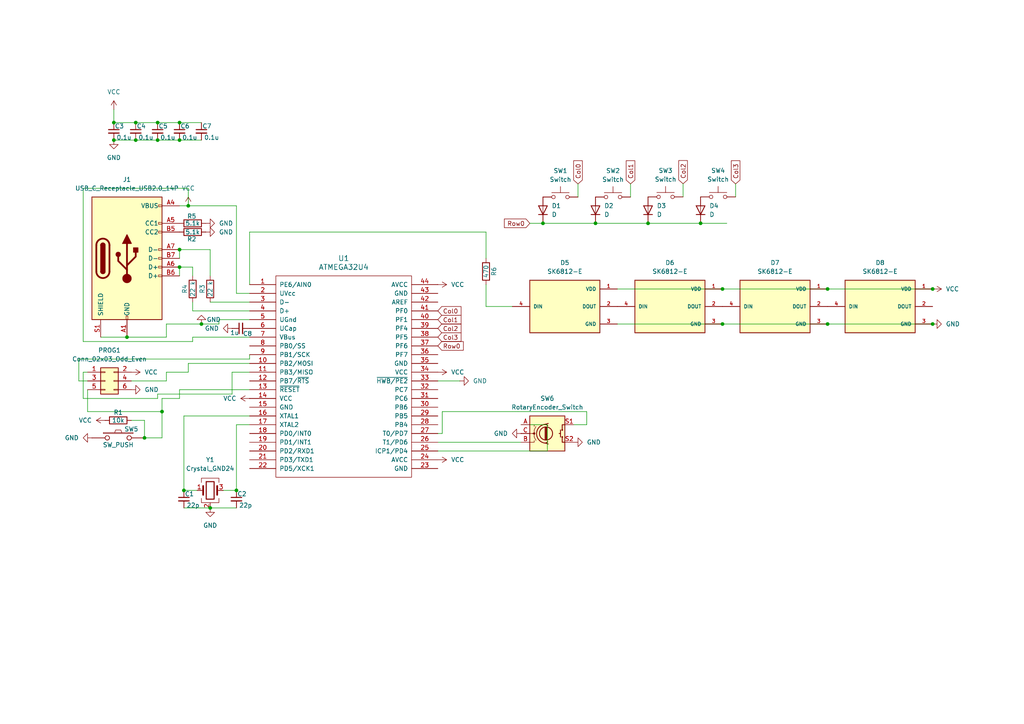
<source format=kicad_sch>
(kicad_sch (version 20250114) (generator "eeschema") (generator_version "9.0")
  (paper "A4")
  (lib_symbols
    (symbol "Connector:USB_C_Receptacle_USB2.0_14P" (pin_names (offset 1.016))
      (property "Reference" "J" (at 0 22.225 0))
      (property "Value" "USB_C_Receptacle_USB2.0_14P" (at 0 19.685 0))
      (symbol "USB_C_Receptacle_USB2.0_14P_0_0"
        (rectangle (start -0.254 -17.78) (end 0.254 -16.764))
        (rectangle (start 10.16 15.494) (end 9.144 14.986))
        (rectangle (start 10.16 10.414) (end 9.144 9.906))
        (rectangle (start 10.16 7.874) (end 9.144 7.366))
        (rectangle (start 10.16 2.794) (end 9.144 2.286))
        (rectangle (start 10.16 0.254) (end 9.144 -0.254))
        (rectangle (start 10.16 -2.286) (end 9.144 -2.794))
        (rectangle (start 10.16 -4.826) (end 9.144 -5.334))
      )
      (symbol "USB_C_Receptacle_USB2.0_14P_0_1"
        (rectangle (start -10.16 17.78) (end 10.16 -17.78) (stroke (width 0.254)) (fill (type background)))
        (polyline (pts (xy -8.89 -3.81) (xy -8.89 3.81)) (stroke (width 0.508)))
        (rectangle (start -7.62 -3.81) (end -6.35 3.81) (stroke (width 0.254)) (fill (type outline)))
        (arc (start -7.62 3.81) (mid -6.985 4.4423) (end -6.35 3.81) (stroke (width 0.254)))
        (arc (start -7.62 3.81) (mid -6.985 4.4423) (end -6.35 3.81) (stroke (width 0.254)) (fill (type outline)))
        (arc (start -8.89 3.81) (mid -6.985 5.7067) (end -5.08 3.81) (stroke (width 0.508)))
        (arc (start -5.08 -3.81) (mid -6.985 -5.7067) (end -8.89 -3.81) (stroke (width 0.508)))
        (arc (start -6.35 -3.81) (mid -6.985 -4.4423) (end -7.62 -3.81) (stroke (width 0.254)))
        (arc (start -6.35 -3.81) (mid -6.985 -4.4423) (end -7.62 -3.81) (stroke (width 0.254)) (fill (type outline)))
        (polyline (pts (xy -5.08 3.81) (xy -5.08 -3.81)) (stroke (width 0.508)))
        (circle (center -2.54 1.143) (radius 0.635) (stroke (width 0.254)) (fill (type outline)))
        (polyline (pts (xy -1.27 4.318) (xy 0 6.858) (xy 1.27 4.318) (xy -1.27 4.318)) (stroke (width 0.254)) (fill (type outline)))
        (polyline (pts (xy 0 -2.032) (xy 2.54 0.508) (xy 2.54 1.778)) (stroke (width 0.508)))
        (polyline (pts (xy 0 -3.302) (xy -2.54 -0.762) (xy -2.54 0.508)) (stroke (width 0.508)))
        (polyline (pts (xy 0 -5.842) (xy 0 4.318)) (stroke (width 0.508)))
        (circle (center 0 -5.842) (radius 1.27) (fill (type outline)))
        (rectangle (start 1.905 1.778) (end 3.175 3.048) (stroke (width 0.254)) (fill (type outline)))
      )
      (symbol "USB_C_Receptacle_USB2.0_14P_1_1"
        (pin passive line (at -7.62 -22.86 90) (length 5.08) (name "SHIELD") (number "S1"))
        (pin passive line (at 0 -22.86 90) (length 5.08) (name "GND") (number "A1"))
        (pin passive line (at 0 -22.86 90) (length 5.08) (hide yes) (name "GND") (number "A12"))
        (pin passive line (at 0 -22.86 90) (length 5.08) (hide yes) (name "GND") (number "B1"))
        (pin passive line (at 0 -22.86 90) (length 5.08) (hide yes) (name "GND") (number "B12"))
        (pin passive line (at 15.24 15.24 180) (length 5.08) (name "VBUS") (number "A4"))
        (pin passive line (at 15.24 15.24 180) (length 5.08) (hide yes) (name "VBUS") (number "A9"))
        (pin passive line (at 15.24 15.24 180) (length 5.08) (hide yes) (name "VBUS") (number "B4"))
        (pin passive line (at 15.24 15.24 180) (length 5.08) (hide yes) (name "VBUS") (number "B9"))
        (pin bidirectional line (at 15.24 10.16 180) (length 5.08) (name "CC1") (number "A5"))
        (pin bidirectional line (at 15.24 7.62 180) (length 5.08) (name "CC2") (number "B5"))
        (pin bidirectional line (at 15.24 2.54 180) (length 5.08) (name "D-") (number "A7"))
        (pin bidirectional line (at 15.24 0 180) (length 5.08) (name "D-") (number "B7"))
        (pin bidirectional line (at 15.24 -2.54 180) (length 5.08) (name "D+") (number "A6"))
        (pin bidirectional line (at 15.24 -5.08 180) (length 5.08) (name "D+") (number "B6"))
      )
    )
    (symbol "Connector_Generic:Conn_02x03_Odd_Even" (pin_names (offset 1.016) (hide yes))
      (property "Reference" "J" (at 1.27 5.08 0))
      (property "Value" "Conn_02x03_Odd_Even" (at 1.27 -5.08 0))
      (symbol "Conn_02x03_Odd_Even_1_1"
        (rectangle (start -1.27 3.81) (end 3.81 -3.81) (stroke (width 0.254)) (fill (type background)))
        (rectangle (start -1.27 2.667) (end 0 2.413) (stroke (width 0.1524)))
        (rectangle (start -1.27 0.127) (end 0 -0.127) (stroke (width 0.1524)))
        (rectangle (start -1.27 -2.413) (end 0 -2.667) (stroke (width 0.1524)))
        (rectangle (start 3.81 2.667) (end 2.54 2.413) (stroke (width 0.1524)))
        (rectangle (start 3.81 0.127) (end 2.54 -0.127) (stroke (width 0.1524)))
        (rectangle (start 3.81 -2.413) (end 2.54 -2.667) (stroke (width 0.1524)))
        (pin passive line (at -5.08 2.54 0) (length 3.81) (name "Pin_1") (number "1"))
        (pin passive line (at -5.08 0 0) (length 3.81) (name "Pin_3") (number "3"))
        (pin passive line (at -5.08 -2.54 0) (length 3.81) (name "Pin_5") (number "5"))
        (pin passive line (at 7.62 2.54 180) (length 3.81) (name "Pin_2") (number "2"))
        (pin passive line (at 7.62 0 180) (length 3.81) (name "Pin_4") (number "4"))
        (pin passive line (at 7.62 -2.54 180) (length 3.81) (name "Pin_6") (number "6"))
      )
    )
    (symbol "Device:C_Small" (pin_numbers (hide yes)) (pin_names (offset 0.254) (hide yes))
      (property "Reference" "C" (at 0.254 1.778 0))
      (property "Value" "C_Small" (at 0.254 -2.032 0))
      (symbol "C_Small_0_1"
        (polyline (pts (xy -1.524 0.508) (xy 1.524 0.508)) (stroke (width 0.3048)))
        (polyline (pts (xy -1.524 -0.508) (xy 1.524 -0.508)) (stroke (width 0.3302)))
      )
      (symbol "C_Small_1_1"
        (pin passive line (at 0 2.54 270) (length 2.032) (name "~") (number "1"))
        (pin passive line (at 0 -2.54 90) (length 2.032) (name "~") (number "2"))
      )
    )
    (symbol "Device:Crystal_GND24" (pin_names (offset 1.016) (hide yes))
      (property "Reference" "Y" (at 3.175 5.08 0))
      (property "Value" "Crystal_GND24" (at 3.175 3.175 0))
      (symbol "Crystal_GND24_0_1"
        (polyline (pts (xy -2.54 2.286) (xy -2.54 3.556) (xy 2.54 3.556) (xy 2.54 2.286)))
        (polyline (pts (xy -2.54 0) (xy -2.032 0)))
        (polyline (pts (xy -2.54 -2.286) (xy -2.54 -3.556) (xy 2.54 -3.556) (xy 2.54 -2.286)))
        (polyline (pts (xy -2.032 -1.27) (xy -2.032 1.27)) (stroke (width 0.508)))
        (rectangle (start -1.143 2.54) (end 1.143 -2.54) (stroke (width 0.3048)))
        (polyline (pts (xy 0 -3.81) (xy 0 -3.556)))
        (polyline (pts (xy 2.032 0) (xy 2.54 0)))
        (polyline (pts (xy 2.032 -1.27) (xy 2.032 1.27)) (stroke (width 0.508)))
      )
      (symbol "Crystal_GND24_1_1"
        (pin passive line (at -3.81 0 0) (length 1.27) (name "1") (number "1"))
        (pin passive line (at 0 -5.08 90) (length 1.27) (name "G") (number "2"))
        (pin passive line (at 0 -5.08 90) (length 1.27) (hide yes) (name "G") (number "4"))
        (pin passive line (at 3.81 0 180) (length 1.27) (name "3") (number "3"))
      )
    )
    (symbol "Device:D" (pin_numbers (hide yes)) (pin_names (offset 1.016) (hide yes))
      (property "Reference" "D" (at 0 2.54 0))
      (property "Value" "D" (at 0 -2.54 0))
      (symbol "D_0_1"
        (polyline (pts (xy -1.27 1.27) (xy -1.27 -1.27)) (stroke (width 0.254)))
        (polyline (pts (xy 1.27 1.27) (xy 1.27 -1.27) (xy -1.27 0) (xy 1.27 1.27)) (stroke (width 0.254)))
        (polyline (pts (xy 1.27 0) (xy -1.27 0)))
      )
      (symbol "D_1_1"
        (pin passive line (at -3.81 0 0) (length 2.54) (name "K") (number "1"))
        (pin passive line (at 3.81 0 180) (length 2.54) (name "A") (number "2"))
      )
    )
    (symbol "Device:R" (pin_numbers (hide yes)) (pin_names (offset 0))
      (property "Reference" "R" (at 2.032 0 90))
      (property "Value" "R" (at 0 0 90))
      (symbol "R_0_1"
        (rectangle (start -1.016 -2.54) (end 1.016 2.54) (stroke (width 0.254)))
      )
      (symbol "R_1_1"
        (pin passive line (at 0 3.81 270) (length 1.27) (name "~") (number "1"))
        (pin passive line (at 0 -3.81 90) (length 1.27) (name "~") (number "2"))
      )
    )
    (symbol "Device:RotaryEncoder_Switch" (pin_names (offset 0.254) (hide yes))
      (property "Reference" "SW" (at 0 6.604 0))
      (property "Value" "RotaryEncoder_Switch" (at 0 -6.604 0))
      (symbol "RotaryEncoder_Switch_0_1"
        (rectangle (start -5.08 5.08) (end 5.08 -5.08) (stroke (width 0.254)) (fill (type background)))
        (polyline (pts (xy -5.08 2.54) (xy -3.81 2.54) (xy -3.81 2.032)))
        (polyline (pts (xy -5.08 0) (xy -3.81 0) (xy -3.81 -1.016) (xy -3.302 -2.032)))
        (polyline (pts (xy -5.08 -2.54) (xy -3.81 -2.54) (xy -3.81 -2.032)))
        (polyline (pts (xy -4.318 0) (xy -3.81 0) (xy -3.81 1.016) (xy -3.302 2.032)))
        (circle (center -3.81 0) (radius 0.254) (fill (type outline)))
        (polyline (pts (xy -0.635 -1.778) (xy -0.635 1.778)) (stroke (width 0.254)))
        (circle (center -0.381 0) (radius 1.905) (stroke (width 0.254)))
        (polyline (pts (xy -0.381 -1.778) (xy -0.381 1.778)) (stroke (width 0.254)))
        (arc (start -0.381 -2.794) (mid -3.0988 -0.0635) (end -0.381 2.667) (stroke (width 0.254)))
        (polyline (pts (xy -0.127 1.778) (xy -0.127 -1.778)) (stroke (width 0.254)))
        (polyline (pts (xy 0.254 2.921) (xy -0.508 2.667) (xy 0.127 2.286)) (stroke (width 0.254)))
        (polyline (pts (xy 0.254 -3.048) (xy -0.508 -2.794) (xy 0.127 -2.413)) (stroke (width 0.254)))
        (polyline (pts (xy 3.81 1.016) (xy 3.81 -1.016)) (stroke (width 0.254)))
        (polyline (pts (xy 3.81 0) (xy 3.429 0)) (stroke (width 0.254)))
        (circle (center 4.318 1.016) (radius 0.127) (stroke (width 0.254)))
        (circle (center 4.318 -1.016) (radius 0.127) (stroke (width 0.254)))
        (polyline (pts (xy 5.08 2.54) (xy 4.318 2.54) (xy 4.318 1.016)) (stroke (width 0.254)))
        (polyline (pts (xy 5.08 -2.54) (xy 4.318 -2.54) (xy 4.318 -1.016)) (stroke (width 0.254)))
      )
      (symbol "RotaryEncoder_Switch_1_1"
        (pin passive line (at -7.62 2.54 0) (length 2.54) (name "A") (number "A"))
        (pin passive line (at -7.62 0 0) (length 2.54) (name "C") (number "C"))
        (pin passive line (at -7.62 -2.54 0) (length 2.54) (name "B") (number "B"))
        (pin passive line (at 7.62 2.54 180) (length 2.54) (name "S1") (number "S1"))
        (pin passive line (at 7.62 -2.54 180) (length 2.54) (name "S2") (number "S2"))
      )
    )
    (symbol "SK6812-E:SK6812-E" (pin_names (offset 1.016))
      (property "Reference" "D" (at -10.16 8.89 0))
      (property "Value" "SK6812-E" (at -10.16 -10.16 0))
      (symbol "SK6812-E_0_0"
        (rectangle (start -10.16 -7.62) (end 10.16 7.62) (stroke (width 0.254)) (fill (type background)))
        (pin input line (at -15.24 0 0) (length 5.08) (name "DIN") (number "4"))
        (pin power_in line (at 15.24 5.08 180) (length 5.08) (name "VDD") (number "1"))
        (pin output line (at 15.24 0 180) (length 5.08) (name "DOUT") (number "2"))
        (pin power_in line (at 15.24 -5.08 180) (length 5.08) (name "GND") (number "3"))
      )
    )
    (symbol "ScottoKeebs:Placeholder_Switch" (pin_numbers (hide yes)) (pin_names (offset 1.016) (hide yes))
      (property "Reference" "SW" (at 1.27 2.54 0))
      (property "Value" "Switch" (at 0 -1.524 0))
      (symbol "Placeholder_Switch_0_1"
        (circle (center -2.032 0) (radius 0.508))
        (polyline (pts (xy 0 1.27) (xy 0 3.048)))
        (circle (center 2.032 0) (radius 0.508))
        (polyline (pts (xy 2.54 1.27) (xy -2.54 1.27)))
        (pin passive line (at -5.08 0 0) (length 2.54) (name "1") (number "1"))
        (pin passive line (at 5.08 0 180) (length 2.54) (name "2") (number "2"))
      )
    )
    (symbol "keyboard_parts:ATMEGA32U4" (pin_names (offset 1.016))
      (property "Reference" "U" (at 0 -31.75 0))
      (property "Value" "ATMEGA32U4" (at 0 31.75 0))
      (symbol "ATMEGA32U4_0_1"
        (rectangle (start 20.32 29.21) (end -19.05 -29.21))
      )
      (symbol "ATMEGA32U4_1_1"
        (pin bidirectional line (at -26.67 26.67 0) (length 7.62) (name "PE6/AIN0") (number "1"))
        (pin power_in line (at -26.67 24.13 0) (length 7.62) (name "UVcc") (number "2"))
        (pin bidirectional line (at -26.67 21.59 0) (length 7.62) (name "D-") (number "3"))
        (pin bidirectional line (at -26.67 19.05 0) (length 7.62) (name "D+") (number "4"))
        (pin power_in line (at -26.67 16.51 0) (length 7.62) (name "UGnd") (number "5"))
        (pin input line (at -26.67 13.97 0) (length 7.62) (name "UCap") (number "6"))
        (pin input line (at -26.67 11.43 0) (length 7.62) (name "VBus") (number "7"))
        (pin bidirectional line (at -26.67 8.89 0) (length 7.62) (name "PB0/SS") (number "8"))
        (pin bidirectional line (at -26.67 6.35 0) (length 7.62) (name "PB1/SCK") (number "9"))
        (pin bidirectional line (at -26.67 3.81 0) (length 7.62) (name "PB2/MOSI") (number "10"))
        (pin bidirectional line (at -26.67 1.27 0) (length 7.62) (name "PB3/MISO") (number "11"))
        (pin bidirectional line (at -26.67 -1.27 0) (length 7.62) (name "PB7/~{RTS}") (number "12"))
        (pin input line (at -26.67 -3.81 0) (length 7.62) (name "~{RESET}") (number "13"))
        (pin power_in line (at -26.67 -6.35 0) (length 7.62) (name "VCC") (number "14"))
        (pin power_in line (at -26.67 -8.89 0) (length 7.62) (name "GND") (number "15"))
        (pin input line (at -26.67 -11.43 0) (length 7.62) (name "XTAL1") (number "16"))
        (pin output line (at -26.67 -13.97 0) (length 7.62) (name "XTAL2") (number "17"))
        (pin bidirectional line (at -26.67 -16.51 0) (length 7.62) (name "PD0/INT0") (number "18"))
        (pin bidirectional line (at -26.67 -19.05 0) (length 7.62) (name "PD1/INT1") (number "19"))
        (pin bidirectional line (at -26.67 -21.59 0) (length 7.62) (name "PD2/RXD1") (number "20"))
        (pin bidirectional line (at -26.67 -24.13 0) (length 7.62) (name "PD3/TXD1") (number "21"))
        (pin bidirectional line (at -26.67 -26.67 0) (length 7.62) (name "PD5/XCK1") (number "22"))
        (pin power_in line (at 27.94 26.67 180) (length 7.62) (name "AVCC") (number "44"))
        (pin power_in line (at 27.94 24.13 180) (length 7.62) (name "GND") (number "43"))
        (pin input line (at 27.94 21.59 180) (length 7.62) (name "AREF") (number "42"))
        (pin bidirectional line (at 27.94 19.05 180) (length 7.62) (name "PF0") (number "41"))
        (pin bidirectional line (at 27.94 16.51 180) (length 7.62) (name "PF1") (number "40"))
        (pin bidirectional line (at 27.94 13.97 180) (length 7.62) (name "PF4") (number "39"))
        (pin bidirectional line (at 27.94 11.43 180) (length 7.62) (name "PF5") (number "38"))
        (pin bidirectional line (at 27.94 8.89 180) (length 7.62) (name "PF6") (number "37"))
        (pin bidirectional line (at 27.94 6.35 180) (length 7.62) (name "PF7") (number "36"))
        (pin power_in line (at 27.94 3.81 180) (length 7.62) (name "GND") (number "35"))
        (pin power_in line (at 27.94 1.27 180) (length 7.62) (name "VCC") (number "34"))
        (pin bidirectional line (at 27.94 -1.27 180) (length 7.62) (name "~{HWB/PE2}") (number "33"))
        (pin bidirectional line (at 27.94 -3.81 180) (length 7.62) (name "PC7") (number "32"))
        (pin bidirectional line (at 27.94 -6.35 180) (length 7.62) (name "PC6") (number "31"))
        (pin bidirectional line (at 27.94 -8.89 180) (length 7.62) (name "PB6") (number "30"))
        (pin bidirectional line (at 27.94 -11.43 180) (length 7.62) (name "PB5") (number "29"))
        (pin bidirectional line (at 27.94 -13.97 180) (length 7.62) (name "PB4") (number "28"))
        (pin bidirectional line (at 27.94 -16.51 180) (length 7.62) (name "T0/PD7") (number "27"))
        (pin bidirectional line (at 27.94 -19.05 180) (length 7.62) (name "T1/PD6") (number "26"))
        (pin bidirectional line (at 27.94 -21.59 180) (length 7.62) (name "ICP1/PD4") (number "25"))
        (pin power_in line (at 27.94 -24.13 180) (length 7.62) (name "AVCC") (number "24"))
        (pin power_in line (at 27.94 -26.67 180) (length 7.62) (name "GND") (number "23"))
      )
    )
    (symbol "keyboard_parts:SW_PUSH" (pin_numbers (hide yes)) (pin_names (offset 1.016) (hide yes))
      (property "Reference" "SW" (at 3.81 2.794 0))
      (property "Value" "SW_PUSH" (at 0 -2.032 0))
      (symbol "SW_PUSH_0_1"
        (rectangle (start -4.318 1.27) (end 4.318 1.524))
        (polyline (pts (xy -1.016 1.524) (xy -0.762 2.286) (xy 0.762 2.286) (xy 1.016 1.524)))
        (pin passive inverted (at -7.62 0 0) (length 5.08) (name "1") (number "1"))
        (pin passive inverted (at 7.62 0 180) (length 5.08) (name "2") (number "2"))
      )
    )
    (symbol "power:GND" (power) (pin_numbers (hide yes)) (pin_names (offset 0) (hide yes))
      (property "Value" "GND" (at 0 -3.81 0))
      (symbol "GND_0_1"
        (polyline (pts (xy 0 0) (xy 0 -1.27) (xy 1.27 -1.27) (xy 0 -2.54) (xy -1.27 -1.27) (xy 0 -1.27)))
      )
      (symbol "GND_1_1"
        (pin power_in line (at 0 0 270) (length 0) (name "~") (number "1"))
      )
    )
    (symbol "power:VCC" (power) (pin_numbers (hide yes)) (pin_names (offset 0) (hide yes))
      (property "Value" "VCC" (at 0 3.556 0))
      (symbol "VCC_0_1"
        (polyline (pts (xy -0.762 1.27) (xy 0 2.54)))
        (polyline (pts (xy 0 2.54) (xy 0.762 1.27)))
        (polyline (pts (xy 0 0) (xy 0 2.54)))
      )
      (symbol "VCC_1_1"
        (pin power_in line (at 0 0 90) (length 0) (name "~") (number "1"))
      )
    )
  )
  (junction (at 52.07 77.47))
  (junction (at 270.51 83.82))
  (junction (at 60.96 147.32))
  (junction (at 209.55 93.98))
  (junction (at 41.91 127))
  (junction (at 46.99 119.38))
  (junction (at 52.07 35.56))
  (junction (at 52.07 72.39))
  (junction (at 52.07 40.64))
  (junction (at 240.03 93.98))
  (junction (at 58.42 93.98))
  (junction (at 36.83 97.79))
  (junction (at 157.48 64.77))
  (junction (at 270.51 93.98))
  (junction (at 33.02 40.64))
  (junction (at 45.72 35.56))
  (junction (at 39.37 40.64))
  (junction (at 172.72 64.77))
  (junction (at 45.72 40.64))
  (junction (at 53.34 142.24))
  (junction (at 33.02 35.56))
  (junction (at 187.96 64.77))
  (junction (at 203.2 64.77))
  (junction (at 39.37 35.56))
  (junction (at 68.58 142.24))
  (junction (at 240.03 83.82))
  (junction (at 209.55 83.82))
  (junction (at 54.61 59.69))
  (wire (pts (xy 33.02 35.56) (xy 39.37 35.56)))
  (wire (pts (xy 33.02 31.75) (xy 33.02 35.56)))
  (wire (pts (xy 52.07 72.39) (xy 52.07 74.93)))
  (wire (pts (xy 36.83 97.79) (xy 48.26 97.79)))
  (wire (pts (xy 187.96 57.15) (xy 187.96 57.1038)))
  (wire (pts (xy 41.91 127) (xy 46.99 127)))
  (wire (pts (xy 172.72 64.77) (xy 187.96 64.77)))
  (wire (pts (xy 25.4 113.03) (xy 25.4 119.38)))
  (wire (pts (xy 48.26 107.95) (xy 54.61 107.95)))
  (wire (pts (xy 24.13 107.95) (xy 25.4 107.95)))
  (wire (pts (xy 158.75 130.81) (xy 127 130.81)))
  (wire (pts (xy 60.96 87.63) (xy 72.39 87.63)))
  (wire (pts (xy 54.61 59.69) (xy 68.58 59.69)))
  (wire (pts (xy 45.72 114.3) (xy 45.72 115.57)))
  (wire (pts (xy 55.88 99.06) (xy 24.13 99.06)))
  (wire (pts (xy 72.39 107.95) (xy 67.31 107.95)))
  (wire (pts (xy 55.88 77.47) (xy 55.88 80.01)))
  (wire (pts (xy 182.88 53.34) (xy 182.88 57.15)))
  (wire (pts (xy 72.39 104.14) (xy 72.39 102.87)))
  (wire (pts (xy 25.4 110.49) (xy 22.86 110.49)))
  (wire (pts (xy 52.07 40.64) (xy 58.42 40.64)))
  (wire (pts (xy 46.99 115.57) (xy 46.99 119.38)))
  (wire (pts (xy 29.21 97.79) (xy 36.83 97.79)))
  (wire (pts (xy 240.03 93.98) (xy 270.51 93.98)))
  (wire (pts (xy 45.72 115.57) (xy 24.13 115.57)))
  (wire (pts (xy 64.77 142.24) (xy 68.58 142.24)))
  (wire (pts (xy 209.55 93.98) (xy 240.03 93.98)))
  (wire (pts (xy 24.13 99.06) (xy 24.13 54.61)))
  (wire (pts (xy 48.26 93.98) (xy 58.42 93.98)))
  (wire (pts (xy 39.37 35.56) (xy 45.72 35.56)))
  (wire (pts (xy 39.37 40.64) (xy 45.72 40.64)))
  (wire (pts (xy 22.86 110.49) (xy 22.86 104.14)))
  (wire (pts (xy 41.91 121.92) (xy 41.91 127)))
  (wire (pts (xy 140.97 74.93) (xy 140.97 67.31)))
  (wire (pts (xy 55.88 87.63) (xy 55.88 90.17)))
  (wire (pts (xy 60.96 72.39) (xy 60.96 80.01)))
  (wire (pts (xy 54.61 107.95) (xy 54.61 105.41)))
  (wire (pts (xy 158.75 123.19) (xy 158.75 130.81)))
  (wire (pts (xy 53.34 120.65) (xy 72.39 120.65)))
  (wire (pts (xy 52.07 35.56) (xy 58.42 35.56)))
  (wire (pts (xy 45.72 40.64) (xy 52.07 40.64)))
  (wire (pts (xy 53.34 147.32) (xy 60.96 147.32)))
  (wire (pts (xy 52.07 72.39) (xy 60.96 72.39)))
  (wire (pts (xy 46.99 115.57) (xy 52.07 115.57)))
  (wire (pts (xy 24.13 54.61) (xy 54.61 54.61)))
  (wire (pts (xy 38.1 110.49) (xy 48.26 110.49)))
  (wire (pts (xy 52.07 115.57) (xy 52.07 113.03)))
  (wire (pts (xy 128.27 119.38) (xy 128.27 125.73)))
  (wire (pts (xy 67.31 107.95) (xy 67.31 114.3)))
  (wire (pts (xy 140.97 67.31) (xy 72.39 67.31)))
  (wire (pts (xy 55.88 90.17) (xy 72.39 90.17)))
  (wire (pts (xy 52.07 59.69) (xy 54.61 59.69)))
  (wire (pts (xy 128.27 125.73) (xy 127 125.73)))
  (wire (pts (xy 240.03 83.82) (xy 270.51 83.82)))
  (wire (pts (xy 60.96 147.32) (xy 68.58 147.32)))
  (wire (pts (xy 53.34 120.65) (xy 53.34 142.24)))
  (wire (pts (xy 68.58 123.19) (xy 68.58 142.24)))
  (wire (pts (xy 127 128.27) (xy 151.13 128.27)))
  (wire (pts (xy 33.02 40.64) (xy 39.37 40.64)))
  (wire (pts (xy 48.26 110.49) (xy 48.26 107.95)))
  (wire (pts (xy 54.61 54.61) (xy 54.61 59.69)))
  (wire (pts (xy 54.61 105.41) (xy 72.39 105.41)))
  (wire (pts (xy 63.5 92.71) (xy 72.39 92.71)))
  (wire (pts (xy 52.07 77.47) (xy 55.88 77.47)))
  (wire (pts (xy 48.26 97.79) (xy 48.26 93.98)))
  (wire (pts (xy 68.58 59.69) (xy 68.58 85.09)))
  (wire (pts (xy 157.48 64.77) (xy 172.72 64.77)))
  (wire (pts (xy 203.2 64.77) (xy 210.82 64.77)))
  (wire (pts (xy 67.31 114.3) (xy 45.72 114.3)))
  (wire (pts (xy 179.07 93.98) (xy 209.55 93.98)))
  (wire (pts (xy 166.37 123.19) (xy 170.18 123.19)))
  (wire (pts (xy 25.4 119.38) (xy 46.99 119.38)))
  (wire (pts (xy 167.64 53.34) (xy 167.64 57.15)))
  (wire (pts (xy 22.86 104.14) (xy 72.39 104.14)))
  (wire (pts (xy 198.12 53.2938) (xy 198.12 57.1038)))
  (wire (pts (xy 46.99 119.38) (xy 46.99 127)))
  (wire (pts (xy 187.96 64.77) (xy 203.2 64.77)))
  (wire (pts (xy 58.42 93.98) (xy 63.5 93.98)))
  (wire (pts (xy 213.36 53.2938) (xy 213.36 57.1038)))
  (wire (pts (xy 153.67 64.77) (xy 157.48 64.77)))
  (wire (pts (xy 203.2 57.15) (xy 203.2 57.1038)))
  (wire (pts (xy 24.13 115.57) (xy 24.13 107.95)))
  (wire (pts (xy 53.34 142.24) (xy 57.15 142.24)))
  (wire (pts (xy 38.1 121.92) (xy 41.91 121.92)))
  (wire (pts (xy 133.35 110.49) (xy 127 110.49)))
  (wire (pts (xy 151.13 123.19) (xy 158.75 123.19)))
  (wire (pts (xy 68.58 123.19) (xy 72.39 123.19)))
  (wire (pts (xy 170.18 119.38) (xy 128.27 119.38)))
  (wire (pts (xy 140.97 88.9) (xy 140.97 82.55)))
  (wire (pts (xy 55.88 97.79) (xy 72.39 97.79)))
  (wire (pts (xy 148.59 88.9) (xy 140.97 88.9)))
  (wire (pts (xy 72.39 67.31) (xy 72.39 82.55)))
  (wire (pts (xy 52.07 113.03) (xy 72.39 113.03)))
  (wire (pts (xy 52.07 77.47) (xy 52.07 80.01)))
  (wire (pts (xy 179.07 83.82) (xy 209.55 83.82)))
  (wire (pts (xy 55.88 97.79) (xy 55.88 99.06)))
  (wire (pts (xy 209.55 83.82) (xy 240.03 83.82)))
  (wire (pts (xy 63.5 93.98) (xy 63.5 92.71)))
  (wire (pts (xy 68.58 85.09) (xy 72.39 85.09)))
  (wire (pts (xy 45.72 35.56) (xy 52.07 35.56)))
  (wire (pts (xy 170.18 123.19) (xy 170.18 119.38)))
  (global_label "Col0" (shape input) (at 167.64 53.34 90) (property "Intersheetrefs" "${INTERSHEET_REFS}" (effects (hide yes))))
  (global_label "Col1" (shape input) (at 182.88 53.34 90) (property "Intersheetrefs" "${INTERSHEET_REFS}" (effects (hide yes))))
  (global_label "Col0" (shape input) (at 127 90.17 0) (property "Intersheetrefs" "${INTERSHEET_REFS}" (effects (hide yes))))
  (global_label "Col2" (shape input) (at 198.12 53.2938 90) (property "Intersheetrefs" "${INTERSHEET_REFS}" (effects (hide yes))))
  (global_label "Col2" (shape input) (at 127 95.25 0) (property "Intersheetrefs" "${INTERSHEET_REFS}" (effects (hide yes))))
  (global_label "Col3" (shape input) (at 213.36 53.34 90) (property "Intersheetrefs" "${INTERSHEET_REFS}" (effects (hide yes))))
  (global_label "Col3" (shape input) (at 127 97.79 0) (property "Intersheetrefs" "${INTERSHEET_REFS}" (effects (hide yes))))
  (global_label "Row0" (shape input) (at 127 100.33 0) (property "Intersheetrefs" "${INTERSHEET_REFS}" (effects (hide yes))))
  (global_label "Row0" (shape input) (at 153.67 64.77 180) (property "Intersheetrefs" "${INTERSHEET_REFS}" (effects (hide yes))))
  (global_label "Col1" (shape input) (at 127 92.71 0) (property "Intersheetrefs" "${INTERSHEET_REFS}" (effects (hide yes))))
  (symbol (lib_id "power:GND") (at 58.42 93.98 180) (unit 1)
    (property "Reference" "#PWR07" (effects (hide yes)))
    (property "Value" "GND" (at 61.976 92.71 0))
    (property "Description" "Power symbol creates a global label with name \"GND\" , ground" (effects (hide yes)))
  )
  (symbol (lib_id "SK6812-E:SK6812-E") (at 224.79 88.9 0) (unit 1)
    (property "Reference" "D7" (at 224.79 76.2 0))
    (property "Value" "SK6812-E" (at 224.79 78.74 0))
    (property "Footprint" "LED_SK6812-E:LED_SK6812-E" (effects (hide yes)))
    (property "MF" "DONGGUANG OPSCO OPTOELECTRONICS CO., LTD" (effects (hide yes)))
    (property "MAXIMUM_PACKAGE_HEIGHT" "0.84mm" (effects (hide yes)))
    (property "Package" "Package" (effects (hide yes)))
    (property "Price" "None" (effects (hide yes)))
    (property "Check_prices" "https://www.snapeda.com/parts/SK6812-E/DONGGUANG+OPSCO+OPTOELECTRONICS+CO.%252C+LTD/view-part/?ref=eda" (effects (hide yes)))
    (property "STANDARD" "Manufacturer recommendations" (effects (hide yes)))
    (property "PARTREV" "2" (effects (hide yes)))
    (property "SnapEDA_Link" "https://www.snapeda.com/parts/SK6812-E/DONGGUANG+OPSCO+OPTOELECTRONICS+CO.%252C+LTD/view-part/?ref=snap" (effects (hide yes)))
    (property "MP" "SK6812-E" (effects (hide yes)))
    (property "Description_1" "SK6812MINI-E is a smart LED control circuit and light emitting circuit in one controlled LED source, which has the shape of a 3528  LED chip." (effects (hide yes)))
    (property "Availability" "Not in stock" (effects (hide yes)))
    (property "MANUFACTURER" "DONGGUANG OPSCO" (effects (hide yes)))
  )
  (symbol (lib_id "Device:Crystal_GND24") (at 60.96 142.24 0) (unit 1)
    (property "Reference" "Y1" (at 60.96 133.35 0))
    (property "Value" "Crystal_GND24" (at 60.96 135.89 0))
    (property "Footprint" "Crystal:Crystal_SMD_SeikoEpson_FA238-4Pin_3.2x2.5mm_HandSoldering" (effects (hide yes)))
    (property "Description" "Four pin crystal, GND on pins 2 and 4" (effects (hide yes)))
    (property private "KLC_S3.3" "The rectangle is not a symbol body but a graphical element" (effects (hide yes)))
    (property private "KLC_S4.1" "Some pins are on 50mil grid to make the symbol small" (effects (hide yes)))
  )
  (symbol (lib_id "power:GND") (at 67.31 95.25 270) (unit 1)
    (property "Reference" "#PWR021" (effects (hide yes)))
    (property "Value" "GND" (at 63.5 95.2499 90) (effects (justify right)))
    (property "Description" "Power symbol creates a global label with name \"GND\" , ground" (effects (hide yes)))
  )
  (symbol (lib_id "Device:RotaryEncoder_Switch") (at 158.75 125.73 0) (unit 1)
    (property "Reference" "SW6" (at 158.75 115.57 0))
    (property "Value" "RotaryEncoder_Switch" (at 158.75 118.11 0))
    (property "Footprint" "RotaryEncoder:RotaryEncoder_Alps_EC11E-Switch_Vertical_H20mm" (effects (hide yes)))
    (property "Description" "Rotary encoder, dual channel, incremental quadrate outputs, with switch" (effects (hide yes)))
  )
  (symbol (lib_id "power:VCC") (at 30.48 121.92 90) (unit 1)
    (property "Reference" "#PWR04" (effects (hide yes)))
    (property "Value" "VCC" (at 26.67 121.9199 90) (effects (justify left)))
    (property "Description" "Power symbol creates a global label with name \"VCC\"" (effects (hide yes)))
  )
  (symbol (lib_id "Device:C_Small") (at 58.42 38.1 0) (unit 1)
    (property "Reference" "C7" (at 58.674 36.576 0) (effects (justify left)))
    (property "Value" "0.1u" (at 59.182 39.878 0) (effects (justify left)))
    (property "Footprint" "Capacitor_SMD:C_0805_2012Metric_Pad1.18x1.45mm_HandSolder" (effects (hide yes)))
    (property "Description" "Unpolarized capacitor, small symbol" (effects (hide yes)))
  )
  (symbol (lib_id "power:GND") (at 26.67 127 270) (unit 1)
    (property "Reference" "#PWR05" (effects (hide yes)))
    (property "Value" "GND" (at 22.86 126.9999 90) (effects (justify right)))
    (property "Description" "Power symbol creates a global label with name \"GND\" , ground" (effects (hide yes)))
  )
  (symbol (lib_id "Device:C_Small") (at 68.58 144.78 0) (unit 1)
    (property "Reference" "C2" (at 68.834 143.256 0) (effects (justify left)))
    (property "Value" "22p" (at 69.342 146.558 0) (effects (justify left)))
    (property "Footprint" "Capacitor_SMD:C_0805_2012Metric_Pad1.18x1.45mm_HandSolder" (effects (hide yes)))
    (property "Description" "Unpolarized capacitor, small symbol" (effects (hide yes)))
  )
  (symbol (lib_id "Device:C_Small") (at 45.72 38.1 0) (unit 1)
    (property "Reference" "C5" (at 45.974 36.576 0) (effects (justify left)))
    (property "Value" "0.1u" (at 46.482 39.878 0) (effects (justify left)))
    (property "Footprint" "Capacitor_SMD:C_0805_2012Metric_Pad1.18x1.45mm_HandSolder" (effects (hide yes)))
    (property "Description" "Unpolarized capacitor, small symbol" (effects (hide yes)))
  )
  (symbol (lib_id "power:GND") (at 151.13 125.73 270) (unit 1)
    (property "Reference" "#PWR014" (effects (hide yes)))
    (property "Value" "GND" (at 147.32 125.7299 90) (effects (justify right)))
    (property "Description" "Power symbol creates a global label with name \"GND\" , ground" (effects (hide yes)))
  )
  (symbol (lib_id "Device:C_Small") (at 39.37 38.1 0) (unit 1)
    (property "Reference" "C4" (at 39.624 36.576 0) (effects (justify left)))
    (property "Value" "0.1u" (at 40.132 39.878 0) (effects (justify left)))
    (property "Footprint" "Capacitor_SMD:C_0805_2012Metric_Pad1.18x1.45mm_HandSolder" (effects (hide yes)))
    (property "Description" "Unpolarized capacitor, small symbol" (effects (hide yes)))
  )
  (symbol (lib_id "ScottoKeebs:Placeholder_Switch") (at 177.8 57.15 0) (unit 1)
    (property "Reference" "SW2" (at 177.8 49.53 0))
    (property "Value" "Switch" (at 177.8 52.07 0))
    (property "Footprint" "ScottoKeebs_MX:MX_PCB_1.00u" (effects (hide yes)))
    (property "Description" "Push button switch, generic, two pins" (effects (hide yes)))
  )
  (symbol (lib_id "SK6812-E:SK6812-E") (at 194.31 88.9 0) (unit 1)
    (property "Reference" "D6" (at 194.31 76.2 0))
    (property "Value" "SK6812-E" (at 194.31 78.74 0))
    (property "Footprint" "LED_SK6812-E:LED_SK6812-E" (effects (hide yes)))
    (property "MF" "DONGGUANG OPSCO OPTOELECTRONICS CO., LTD" (effects (hide yes)))
    (property "MAXIMUM_PACKAGE_HEIGHT" "0.84mm" (effects (hide yes)))
    (property "Package" "Package" (effects (hide yes)))
    (property "Price" "None" (effects (hide yes)))
    (property "Check_prices" "https://www.snapeda.com/parts/SK6812-E/DONGGUANG+OPSCO+OPTOELECTRONICS+CO.%252C+LTD/view-part/?ref=eda" (effects (hide yes)))
    (property "STANDARD" "Manufacturer recommendations" (effects (hide yes)))
    (property "PARTREV" "2" (effects (hide yes)))
    (property "SnapEDA_Link" "https://www.snapeda.com/parts/SK6812-E/DONGGUANG+OPSCO+OPTOELECTRONICS+CO.%252C+LTD/view-part/?ref=snap" (effects (hide yes)))
    (property "MP" "SK6812-E" (effects (hide yes)))
    (property "Description_1" "SK6812MINI-E is a smart LED control circuit and light emitting circuit in one controlled LED source, which has the shape of a 3528  LED chip." (effects (hide yes)))
    (property "Availability" "Not in stock" (effects (hide yes)))
    (property "MANUFACTURER" "DONGGUANG OPSCO" (effects (hide yes)))
  )
  (symbol (lib_id "power:VCC") (at 33.02 31.75 0) (unit 1)
    (property "Reference" "#PWR02" (effects (hide yes)))
    (property "Value" "VCC" (at 33.02 26.67 0))
    (property "Description" "Power symbol creates a global label with name \"VCC\"" (effects (hide yes)))
  )
  (symbol (lib_id "Connector_Generic:Conn_02x03_Odd_Even") (at 30.48 110.49 0) (unit 1)
    (property "Reference" "PROG1" (at 31.75 101.6 0))
    (property "Value" "Conn_02x03_Odd_Even" (at 31.75 104.14 0))
    (property "Footprint" "pads:pads" (effects (hide yes)))
    (property "Description" "Generic connector, double row, 02x03, odd/even pin numbering scheme (row 1 odd numbers, row 2 even numbers), script generated (kicad-library-utils/schlib/autogen/connector/)" (effects (hide yes)))
  )
  (symbol (lib_id "ScottoKeebs:Placeholder_Switch") (at 193.04 57.1038 0) (unit 1)
    (property "Reference" "SW3" (at 193.04 49.4838 0))
    (property "Value" "Switch" (at 193.04 52.0238 0))
    (property "Footprint" "ScottoKeebs_MX:MX_PCB_1.00u" (effects (hide yes)))
    (property "Description" "Push button switch, generic, two pins" (effects (hide yes)))
  )
  (symbol (lib_id "power:VCC") (at 72.39 115.57 90) (unit 1)
    (property "Reference" "#PWR013" (effects (hide yes)))
    (property "Value" "VCC" (at 68.58 115.5699 90) (effects (justify left)))
    (property "Description" "Power symbol creates a global label with name \"VCC\"" (effects (hide yes)))
  )
  (symbol (lib_id "Device:C_Small") (at 52.07 38.1 0) (unit 1)
    (property "Reference" "C6" (at 52.324 36.576 0) (effects (justify left)))
    (property "Value" "0.1u" (at 52.832 39.878 0) (effects (justify left)))
    (property "Footprint" "Capacitor_SMD:C_0805_2012Metric_Pad1.18x1.45mm_HandSolder" (effects (hide yes)))
    (property "Description" "Unpolarized capacitor, small symbol" (effects (hide yes)))
  )
  (symbol (lib_id "Device:C_Small") (at 53.34 144.78 0) (unit 1)
    (property "Reference" "C1" (at 53.594 143.256 0) (effects (justify left)))
    (property "Value" "22p" (at 54.102 146.558 0) (effects (justify left)))
    (property "Footprint" "Capacitor_SMD:C_0805_2012Metric_Pad1.18x1.45mm_HandSolder" (effects (hide yes)))
    (property "Description" "Unpolarized capacitor, small symbol" (effects (hide yes)))
  )
  (symbol (lib_id "Device:C_Small") (at 69.85 95.25 90) (unit 1)
    (property "Reference" "C8" (at 73.152 96.774 90) (effects (justify left)))
    (property "Value" "1u" (at 69.342 96.52 90) (effects (justify left)))
    (property "Footprint" "Capacitor_SMD:C_0805_2012Metric_Pad1.18x1.45mm_HandSolder" (effects (hide yes)))
    (property "Description" "Unpolarized capacitor, small symbol" (effects (hide yes)))
  )
  (symbol (lib_id "power:GND") (at 60.96 147.32 0) (unit 1)
    (property "Reference" "#PWR01" (effects (hide yes)))
    (property "Value" "GND" (at 60.96 152.4 0))
    (property "Description" "Power symbol creates a global label with name \"GND\" , ground" (effects (hide yes)))
  )
  (symbol (lib_id "power:GND") (at 59.69 67.31 90) (unit 1)
    (property "Reference" "#PWR019" (effects (hide yes)))
    (property "Value" "GND" (at 63.5 67.3099 90) (effects (justify right)))
    (property "Description" "Power symbol creates a global label with name \"GND\" , ground" (effects (hide yes)))
  )
  (symbol (lib_id "ScottoKeebs:Placeholder_Switch") (at 162.56 57.15 0) (unit 1)
    (property "Reference" "SW1" (at 162.56 49.53 0))
    (property "Value" "Switch" (at 162.56 52.07 0))
    (property "Footprint" "ScottoKeebs_MX:MX_PCB_1.00u" (effects (hide yes)))
    (property "Description" "Push button switch, generic, two pins" (effects (hide yes)))
  )
  (symbol (lib_id "Device:R") (at 140.97 78.74 0) (unit 1)
    (property "Reference" "R6" (at 143.256 78.74 90))
    (property "Value" "470" (at 140.97 78.74 90))
    (property "Footprint" "Resistor_SMD:R_0805_2012Metric_Pad1.20x1.40mm_HandSolder" (effects (hide yes)))
    (property "Description" "Resistor" (effects (hide yes)))
  )
  (symbol (lib_id "power:VCC") (at 270.51 83.82 270) (unit 1)
    (property "Reference" "#PWR017" (effects (hide yes)))
    (property "Value" "VCC" (at 274.32 83.8199 90) (effects (justify left)))
    (property "Description" "Power symbol creates a global label with name \"VCC\"" (effects (hide yes)))
  )
  (symbol (lib_id "Device:R") (at 55.88 64.77 270) (unit 1)
    (property "Reference" "R5" (at 55.626 62.738 90))
    (property "Value" "5.1k" (at 55.88 64.77 90))
    (property "Footprint" "Resistor_SMD:R_0805_2012Metric_Pad1.20x1.40mm_HandSolder" (effects (hide yes)))
    (property "Description" "Resistor" (effects (hide yes)))
  )
  (symbol (lib_id "power:GND") (at 270.51 93.98 90) (unit 1)
    (property "Reference" "#PWR018" (effects (hide yes)))
    (property "Value" "GND" (at 274.32 93.9799 90) (effects (justify right)))
    (property "Description" "Power symbol creates a global label with name \"GND\" , ground" (effects (hide yes)))
  )
  (symbol (lib_id "Device:C_Small") (at 33.02 38.1 0) (unit 1)
    (property "Reference" "C3" (at 33.274 36.576 0) (effects (justify left)))
    (property "Value" "0.1u" (at 33.782 39.878 0) (effects (justify left)))
    (property "Footprint" "Capacitor_SMD:C_0805_2012Metric_Pad1.18x1.45mm_HandSolder" (effects (hide yes)))
    (property "Description" "Unpolarized capacitor, small symbol" (effects (hide yes)))
  )
  (symbol (lib_id "power:VCC") (at 127 107.95 270) (unit 1)
    (property "Reference" "#PWR011" (effects (hide yes)))
    (property "Value" "VCC" (at 130.81 107.9499 90) (effects (justify left)))
    (property "Description" "Power symbol creates a global label with name \"VCC\"" (effects (hide yes)))
  )
  (symbol (lib_id "power:GND") (at 133.35 110.49 90) (unit 1)
    (property "Reference" "#PWR020" (effects (hide yes)))
    (property "Value" "GND" (at 137.16 110.4899 90) (effects (justify right)))
    (property "Description" "Power symbol creates a global label with name \"GND\" , ground" (effects (hide yes)))
  )
  (symbol (lib_id "Connector:USB_C_Receptacle_USB2.0_14P") (at 36.83 74.93 0) (unit 1)
    (property "Reference" "J1" (at 36.83 52.07 0))
    (property "Value" "USB_C_Receptacle_USB2.0_14P" (at 36.83 54.61 0))
    (property "Footprint" "USB C:USB_C_Receptacle_HRO_TYPE-C-31-M-12" (effects (hide yes)))
    (property "Datasheet" "https://www.usb.org/sites/default/files/documents/usb_type-c.zip" (effects (hide yes)))
    (property "Description" "USB 2.0-only 14P Type-C Receptacle connector" (effects (hide yes)))
  )
  (symbol (lib_id "Device:D") (at 187.96 60.96 90) (unit 1)
    (property "Reference" "D3" (at 190.5 59.6899 90) (effects (justify right)))
    (property "Value" "D" (at 190.5 62.2299 90) (effects (justify right)))
    (property "Footprint" "keyboard_parts:D_SOD123_axial" (effects (hide yes)))
    (property "Description" "Diode" (effects (hide yes)))
    (property "Sim.Device" "D" (effects (hide yes)))
    (property "Sim.Pins" "1=K 2=A" (effects (hide yes)))
  )
  (symbol (lib_id "power:GND") (at 59.69 64.77 90) (unit 1)
    (property "Reference" "#PWR08" (effects (hide yes)))
    (property "Value" "GND" (at 63.5 64.7699 90) (effects (justify right)))
    (property "Description" "Power symbol creates a global label with name \"GND\" , ground" (effects (hide yes)))
  )
  (symbol (lib_id "power:VCC") (at 127 82.55 270) (unit 1)
    (property "Reference" "#PWR09" (effects (hide yes)))
    (property "Value" "VCC" (at 130.81 82.5499 90) (effects (justify left)))
    (property "Description" "Power symbol creates a global label with name \"VCC\"" (effects (hide yes)))
  )
  (symbol (lib_id "ScottoKeebs:Placeholder_Switch") (at 208.28 57.1038 0) (unit 1)
    (property "Reference" "SW4" (at 208.28 49.4838 0))
    (property "Value" "Switch" (at 208.28 52.0238 0))
    (property "Footprint" "ScottoKeebs_MX:MX_PCB_1.00u" (effects (hide yes)))
    (property "Description" "Push button switch, generic, two pins" (effects (hide yes)))
  )
  (symbol (lib_id "keyboard_parts:SW_PUSH") (at 34.29 127 0) (unit 1)
    (property "Reference" "SW5" (at 38.1 124.46 0))
    (property "Value" "SW_PUSH" (at 34.29 129.032 0))
    (property "Footprint" "Button_Switch_SMD:SW_SPST_TL3342" (effects (hide yes)))
  )
  (symbol (lib_id "Device:R") (at 34.29 121.92 90) (unit 1)
    (property "Reference" "R1" (at 34.29 119.634 90))
    (property "Value" "10k" (at 34.29 121.92 90))
    (property "Footprint" "Resistor_SMD:R_0805_2012Metric_Pad1.20x1.40mm_HandSolder" (effects (hide yes)))
    (property "Description" "Resistor" (effects (hide yes)))
  )
  (symbol (lib_id "Device:D") (at 172.72 60.96 90) (unit 1)
    (property "Reference" "D2" (at 175.26 59.6899 90) (effects (justify right)))
    (property "Value" "D" (at 175.26 62.2299 90) (effects (justify right)))
    (property "Footprint" "keyboard_parts:D_SOD123_axial" (effects (hide yes)))
    (property "Description" "Diode" (effects (hide yes)))
    (property "Sim.Device" "D" (effects (hide yes)))
    (property "Sim.Pins" "1=K 2=A" (effects (hide yes)))
  )
  (symbol (lib_id "SK6812-E:SK6812-E") (at 255.27 88.9 0) (unit 1)
    (property "Reference" "D8" (at 255.27 76.2 0))
    (property "Value" "SK6812-E" (at 255.27 78.74 0))
    (property "Footprint" "LED_SK6812-E:LED_SK6812-E" (effects (hide yes)))
    (property "MF" "DONGGUANG OPSCO OPTOELECTRONICS CO., LTD" (effects (hide yes)))
    (property "MAXIMUM_PACKAGE_HEIGHT" "0.84mm" (effects (hide yes)))
    (property "Package" "Package" (effects (hide yes)))
    (property "Price" "None" (effects (hide yes)))
    (property "Check_prices" "https://www.snapeda.com/parts/SK6812-E/DONGGUANG+OPSCO+OPTOELECTRONICS+CO.%252C+LTD/view-part/?ref=eda" (effects (hide yes)))
    (property "STANDARD" "Manufacturer recommendations" (effects (hide yes)))
    (property "PARTREV" "2" (effects (hide yes)))
    (property "SnapEDA_Link" "https://www.snapeda.com/parts/SK6812-E/DONGGUANG+OPSCO+OPTOELECTRONICS+CO.%252C+LTD/view-part/?ref=snap" (effects (hide yes)))
    (property "MP" "SK6812-E" (effects (hide yes)))
    (property "Description_1" "SK6812MINI-E is a smart LED control circuit and light emitting circuit in one controlled LED source, which has the shape of a 3528  LED chip." (effects (hide yes)))
    (property "Availability" "Not in stock" (effects (hide yes)))
    (property "MANUFACTURER" "DONGGUANG OPSCO" (effects (hide yes)))
  )
  (symbol (lib_id "power:GND") (at 38.1 113.03 90) (unit 1)
    (property "Reference" "#PWR016" (effects (hide yes)))
    (property "Value" "GND" (at 41.91 113.0299 90) (effects (justify right)))
    (property "Description" "Power symbol creates a global label with name \"GND\" , ground" (effects (hide yes)))
  )
  (symbol (lib_id "Device:R") (at 60.96 83.82 180) (unit 1)
    (property "Reference" "R3" (at 58.674 83.82 90))
    (property "Value" "22 k" (at 60.96 83.82 90))
    (property "Footprint" "Resistor_SMD:R_0805_2012Metric_Pad1.20x1.40mm_HandSolder" (effects (hide yes)))
    (property "Description" "Resistor" (effects (hide yes)))
  )
  (symbol (lib_id "power:VCC") (at 54.61 59.69 0) (unit 1)
    (property "Reference" "#PWR010" (effects (hide yes)))
    (property "Value" "VCC" (at 54.61 54.61 0))
    (property "Description" "Power symbol creates a global label with name \"VCC\"" (effects (hide yes)))
  )
  (symbol (lib_id "SK6812-E:SK6812-E") (at 163.83 88.9 0) (unit 1)
    (property "Reference" "D5" (at 163.83 76.2 0))
    (property "Value" "SK6812-E" (at 163.83 78.74 0))
    (property "Footprint" "LED_SK6812-E:LED_SK6812-E" (effects (hide yes)))
    (property "MF" "DONGGUANG OPSCO OPTOELECTRONICS CO., LTD" (effects (hide yes)))
    (property "MAXIMUM_PACKAGE_HEIGHT" "0.84mm" (effects (hide yes)))
    (property "Package" "Package" (effects (hide yes)))
    (property "Price" "None" (effects (hide yes)))
    (property "Check_prices" "https://www.snapeda.com/parts/SK6812-E/DONGGUANG+OPSCO+OPTOELECTRONICS+CO.%252C+LTD/view-part/?ref=eda" (effects (hide yes)))
    (property "STANDARD" "Manufacturer recommendations" (effects (hide yes)))
    (property "PARTREV" "2" (effects (hide yes)))
    (property "SnapEDA_Link" "https://www.snapeda.com/parts/SK6812-E/DONGGUANG+OPSCO+OPTOELECTRONICS+CO.%252C+LTD/view-part/?ref=snap" (effects (hide yes)))
    (property "MP" "SK6812-E" (effects (hide yes)))
    (property "Description_1" "SK6812MINI-E is a smart LED control circuit and light emitting circuit in one controlled LED source, which has the shape of a 3528  LED chip." (effects (hide yes)))
    (property "Availability" "Not in stock" (effects (hide yes)))
    (property "MANUFACTURER" "DONGGUANG OPSCO" (effects (hide yes)))
  )
  (symbol (lib_id "Device:R") (at 55.88 83.82 180) (unit 1)
    (property "Reference" "R4" (at 53.594 83.82 90))
    (property "Value" "22 k" (at 55.88 83.82 90))
    (property "Footprint" "Resistor_SMD:R_0805_2012Metric_Pad1.20x1.40mm_HandSolder" (effects (hide yes)))
    (property "Description" "Resistor" (effects (hide yes)))
  )
  (symbol (lib_id "power:GND") (at 166.37 128.27 90) (unit 1)
    (property "Reference" "#PWR015" (effects (hide yes)))
    (property "Value" "GND" (at 170.18 128.2699 90) (effects (justify right)))
    (property "Description" "Power symbol creates a global label with name \"GND\" , ground" (effects (hide yes)))
  )
  (symbol (lib_id "keyboard_parts:ATMEGA32U4") (at 99.06 109.22 0) (unit 1)
    (property "Reference" "U1" (at 99.695 74.93 0) (effects (font (size 1.524 1.524))))
    (property "Value" "ATMEGA32U4" (at 99.695 77.47 0) (effects (font (size 1.524 1.524))))
    (property "Footprint" "Package_DFN_QFN:TQFN-44-1EP_7x7mm_P0.5mm_EP4.7x4.7mm" (effects (hide yes)))
  )
  (symbol (lib_id "Device:D") (at 157.48 60.96 90) (unit 1)
    (property "Reference" "D1" (at 160.02 59.6899 90) (effects (justify right)))
    (property "Value" "D" (at 160.02 62.2299 90) (effects (justify right)))
    (property "Footprint" "keyboard_parts:D_SOD123_axial" (effects (hide yes)))
    (property "Description" "Diode" (effects (hide yes)))
    (property "Sim.Device" "D" (effects (hide yes)))
    (property "Sim.Pins" "1=K 2=A" (effects (hide yes)))
  )
  (symbol (lib_id "power:VCC") (at 127 133.35 270) (unit 1)
    (property "Reference" "#PWR012" (effects (hide yes)))
    (property "Value" "VCC" (at 130.81 133.3499 90) (effects (justify left)))
    (property "Description" "Power symbol creates a global label with name \"VCC\"" (effects (hide yes)))
  )
  (symbol (lib_id "power:VCC") (at 38.1 107.95 270) (unit 1)
    (property "Reference" "#PWR06" (effects (hide yes)))
    (property "Value" "VCC" (at 41.91 107.9499 90) (effects (justify left)))
    (property "Description" "Power symbol creates a global label with name \"VCC\"" (effects (hide yes)))
  )
  (symbol (lib_id "Device:D") (at 203.2 60.96 90) (unit 1)
    (property "Reference" "D4" (at 205.74 59.6899 90) (effects (justify right)))
    (property "Value" "D" (at 205.74 62.2299 90) (effects (justify right)))
    (property "Footprint" "keyboard_parts:D_SOD123_axial" (effects (hide yes)))
    (property "Description" "Diode" (effects (hide yes)))
    (property "Sim.Device" "D" (effects (hide yes)))
    (property "Sim.Pins" "1=K 2=A" (effects (hide yes)))
  )
  (symbol (lib_id "Device:R") (at 55.88 67.31 270) (unit 1)
    (property "Reference" "R2" (at 55.626 69.342 90))
    (property "Value" "5.1k" (at 55.88 67.31 90))
    (property "Footprint" "Resistor_SMD:R_0805_2012Metric_Pad1.20x1.40mm_HandSolder" (effects (hide yes)))
    (property "Description" "Resistor" (effects (hide yes)))
  )
  (symbol (lib_id "power:GND") (at 33.02 40.64 0) (unit 1)
    (property "Reference" "#PWR03" (effects (hide yes)))
    (property "Value" "GND" (at 33.02 45.72 0))
    (property "Description" "Power symbol creates a global label with name \"GND\" , ground" (effects (hide yes)))
  )
)
</source>
